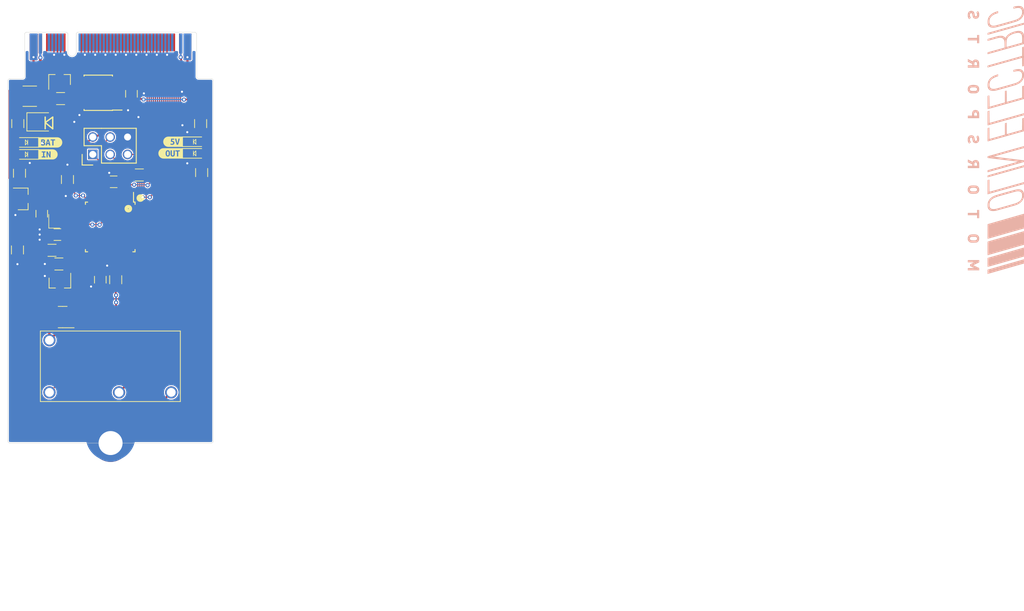
<source format=kicad_pcb>
(kicad_pcb (version 20211014) (generator pcbnew)
  (layers (0 "F.Cu" signal) (31 "B.Cu" signal) (34 "B.Paste" user) (35 "F.Paste" user) (36 "B.SilkS" user "B.Silkscreen") (37 "F.SilkS" user "F.Silkscreen") (38 "B.Mask" user) (39 "F.Mask" user) (44 "Edge.Cuts" user))
  (net 0 "")
  (net 1 "GND")
  (net 2 "Net-(D102-Pad2)")
  (net 3 "Net-(D103-Pad2)")
  (net 4 "+5V")
  (net 5 "+BATT")
  (net 6 "Net-(C3-Pad1)")
  (net 7 "Net-(C4-Pad1)")
  (net 8 "Net-(C5-Pad1)")
  (net 9 "/MISO")
  (net 10 "/SCK")
  (net 11 "/MOSI")
  (net 12 "/RESET")
  (net 13 "/CAN_+")
  (net 14 "/CAN_-")
  (net 15 "/CAN_TX")
  (net 16 "/CAN_RX")
  (net 18 "Net-(D1-Pad2)")
  (net 21 "/PB0")
  (net 22 "/PB1")
  (net 23 "/PB2")
  (net 24 "/PB3")
  (net 25 "/PB4")
  (net 26 "/PB5")
  (net 28 "/PB6")
  (net 29 "/PB7")
  (net 30 "/PC0")
  (net 31 "/PC4")
  (net 32 "/PC5")
  (net 33 "/PC6")
  (net 34 "/PC7")
  (net 35 "/PD0")
  (net 71 "/SHDN_IN")
  (net 72 "/SHDN_OUT")
  (net 73 "/SHDN_SENSE")
  (net 74 "/CAN_TERM_EN")
  (net 75 "Net-(Q2-Pad3)")
  (net 76 "/PD7")
  (net 77 "Net-(D2-Pad1)")
  (net 78 "/BAT_FUSED")
  (net 79 "Net-(D3-Pad2)")
  (net 80 "/PD1")
  (net 81 "/PC1")
  (footprint "kibuzzard-63488FFA" (layer "F.Cu") (at 106.9 135.4)
    (fp_text reference "kibuzzard-63488FFA" hide)
    (fp_text value "G***" hide)
  )
  (footprint "footprints:R_0805_OEM" (layer "F.Cu") (at 111.1 139.9 90)
    (fp_text reference "R11" hide)
    (fp_text value "R_1K" hide)
  )
  (footprint "footprints:LED_0805_OEM" (layer "F.Cu") (at 85.5 137.25 180)
    (fp_text reference "D1" hide)
    (fp_text value "LED_0805" hide)
  )
  (footprint "footprints:Automotive_M.2_Edge_Connector" (layer "F.Cu") (at 97.8 119.4)
    (fp_text reference "J2" hide)
    (fp_text value "M.2_BoardEdge" hide)
    (fp_line (start -12.55 0.2) (end -12.35 0) (layer "Edge.Cuts") (width 0.05))
    (fp_line (start -6.225 0.2) (end -6.425 0) (layer "Edge.Cuts") (width 0.05))
    (fp_line (start -12.35 0) (end -6.425 0) (layer "Edge.Cuts") (width 0.05))
    (fp_line (start -4.825 0) (end 12.35 0) (layer "Edge.Cuts") (width 0.05))
    (fp_line (start -5.025 2.9) (end -5.025 0.2) (layer "Edge.Cuts") (width 0.05))
    (fp_line (start 12.55 0.2) (end 12.55 6.5) (layer "Edge.Cuts") (width 0.05))
    (fp_line (start -12.55 0.2) (end -12.55 6.5) (layer "Edge.Cuts") (width 0.05))
    (fp_line (start -6.225 2.9) (end -6.225 0.2) (layer "Edge.Cuts") (width 0.05))
    (fp_line (start -5.025 0.2) (end -4.825 0) (layer "Edge.Cuts") (width 0.05))
    (fp_line (start 12.55 0.2) (end 12.35 0) (layer "Edge.Cuts") (width 0.05))
    (fp_arc (start -5.025 2.9) (mid -5.625 3.5) (end -6.225 2.9) (layer "Edge.Cuts") (width 0.05))
  )
  (footprint "footprints:R_0805_OEM" (layer "F.Cu") (at 84.25 132.75 -90)
    (fp_text reference "R101" hide)
    (fp_text value "R_1K" hide)
  )
  (footprint "footprints:SOIC-8_3.9x4.9mm_Pitch1.27mm_OEM" (layer "F.Cu") (at 96 128.25 180)
    (fp_text reference "U1" hide)
    (fp_text value "MCP2561-E_SN" hide)
  )
  (footprint "footprints:SOT-23F" (layer "F.Cu") (at 90.4 156 -90)
    (fp_text reference "Q3" hide)
    (fp_text value "SSM3K333R" hide)
  )
  (footprint "footprints:Relay_SPST_OMRON-G5Q-1A4_OEM" (layer "F.Cu") (at 88.875 172)
    (fp_text reference "K1" hide)
    (fp_text value "G5Q-1A4-DC12" hide)
  )
  (footprint "footprints:LED_0805_OEM" (layer "F.Cu") (at 110.1 137.1)
    (fp_text reference "D3" hide)
    (fp_text value "LED_0805" hide)
  )
  (footprint "OEM:M.2_Mount" (layer "F.Cu") (at 97.8 179.416 180)
    (fp_text reference "H1" hide)
    (fp_text value "MountingHole_Pad" hide)
  )
  (footprint "footprints:R_0805_OEM" (layer "F.Cu") (at 90.5 129.1 180)
    (fp_text reference "R2" hide)
    (fp_text value "R_120_DNP" hide)
  )
  (footprint "footprints:R_0805_OEM" (layer "F.Cu") (at 90.25 153.25 180)
    (fp_text reference "R10" hide)
    (fp_text value "R_604K" hide)
  )
  (footprint "footprints:C_0805_OEM" (layer "F.Cu") (at 90.0376 148.954993 180)
    (fp_text reference "C4" hide)
    (fp_text value "C_30pF" hide)
  )
  (footprint "kibuzzard-63488F75" (layer "F.Cu") (at 88.7 137.25)
    (fp_text reference "kibuzzard-63488F75" hide)
    (fp_text value "G***" hide)
  )
  (footprint "footprints:Fuse_1210" (layer "F.Cu") (at 86 128.75 180)
    (fp_text reference "F101" hide)
    (fp_text value "F_500mA_16V" hide)
  )
  (footprint "Package_TO_SOT_SMD:SOT-23" (layer "F.Cu") (at 90.8 161 180)
    (fp_text reference "D2" hide)
    (fp_text value "BAS40-00")
  )
  (footprint "footprints:C_0805_OEM" (layer "F.Cu") (at 98.25 141.25 180)
    (fp_text reference "C2" hide)
    (fp_text value "C_0.1uF" hide)
  )
  (footprint "footprints:C_0805_OEM" (layer "F.Cu") (at 100.85 128.4 -90)
    (fp_text reference "C1" hide)
    (fp_text value "C_0.1uF" hide)
  )
  (footprint "footprints:Crystal_SMD_FA238" (layer "F.Cu") (at 90.3764 146.012593 90)
    (fp_text reference "Y1" hide)
    (fp_text value "Crystal_SMD" hide)
  )
  (footprint "footprints:R_0805_OEM" (layer "F.Cu") (at 91.5 140.917193 90)
    (fp_text reference "R7" hide)
    (fp_text value "R_10K" hide)
  )
  (footprint "footprints:C_0805_OEM" (layer "F.Cu") (at 96.3 155.542193 -90)
    (fp_text reference "C3" hide)
    (fp_text value "C_100pF" hide)
  )
  (footprint "footprints:LED_0805_OEM" (layer "F.Cu") (at 110.1 135.4)
    (fp_text reference "D103" hide)
    (fp_text value "LED_0805" hide)
  )
  (footprint "footprints:SOT-23F" (layer "F.Cu") (at 85 143.75)
    (fp_text reference "Q1" hide)
    (fp_text value "SSM3K333R" hide)
  )
  (footprint "footprints:R_0805_OEM" (layer "F.Cu") (at 84.2 151.2 -90)
    (fp_text reference "R5" hide)
    (fp_text value "R_100K" hide)
  )
  (footprint "footprints:R_0805_OEM" (layer "F.Cu") (at 102 140.25)
    (fp_text reference "R3" hide)
    (fp_text value "R_10K" hide)
  )
  (footprint "footprints:R_0805_OEM" (layer "F.Cu") (at 89.25 151.25)
    (fp_text reference "R6" hide)
    (fp_text value "R_10K" hide)
  )
  (footprint "footprints:SOT-23F" (layer "F.Cu") (at 90.35 126.35 90)
    (fp_text reference "Q2" hide)
    (fp_text value "SSM3K333R" hide)
  )
  (footprint "footprints:TQFP-32_7x7mm_Pitch0.8mm" (layer "F.Cu") (at 97.75 147.842193 -90)
    (fp_text reference "U2" hide)
    (fp_text value "ATMEGA16M1" hide)
  )
  (footprint "kibuzzard-6348F6FA" (layer "F.Cu") (at 106.55 137.1)
    (fp_text reference "kibuzzard-6348F6FA" hide)
    (fp_text value "G***" hide)
  )
  (footprint "kibuzzard-634A2231" (layer "F.Cu") (at 89 135.5)
    (fp_text reference "kibuzzard-634A2231" hide)
    (fp_text value "G***" hide)
  )
  (footprint "footprints:C_0805_OEM" (layer "F.Cu") (at 87.7516 145.906993 -90)
    (fp_text reference "C5" hide)
    (fp_text value "C_30pF" hide)
  )
  (footprint "footprints:Pin_Header_Straight_2x03" (layer "F.Cu") (at 95.2 137.25 90)
    (fp_text reference "J1" hide)
    (fp_text value "CONN_02X03" hide)
  )
  (footprint "footprints:R_0805_OEM" (layer "F.Cu") (at 110.95 132.75 -90)
    (fp_text reference "R105" hide)
    (fp_text value "R_200" hide)
  )
  (footprint "footprints:LED_0805_OEM" (layer "F.Cu") (at 85.5 135.5 180)
    (fp_text reference "D102" hide)
    (fp_text value "LED_0805" hide)
  )
  (footprint "footprints:DO-214AA" (layer "F.Cu") (at 88.75 132.5)
    (fp_text reference "D101" hide)
    (fp_text value "D_Zener_18V" hide)
  )
  (footprint "footprints:R_0805_OEM" (layer "F.Cu") (at 98.55 155.55 90)
    (fp_text reference "R1" hide)
    (fp_text value "R_100" hide)
  )
  (footprint "footprints:R_0805_OEM" (layer "F.Cu") (at 84.5 140 90)
    (fp_text reference "R4" hide)
    (fp_text value "R_1K" hide)
  )
  (footprint "footprints:Logo_Large" (layer "B.Cu") (at 227.076 135.1534 90)
    (fp_text reference "G***" hide)
    (fp_text value "LOGO" hide)
  )
  (gr_arc (start 83.1 179.4) (mid 82.887868 179.312132) (end 82.8 179.1) (layer "Edge.Cuts") (width 0.05))
  (gr_line (start 82.8 126.5) (end 82.8 179.1) (layer "Edge.Cuts") (width 0.05))
  (gr_arc (start 112.5 126.2) (mid 112.712132 126.287868) (end 112.8 126.5) (layer "Edge.Cuts") (width 0.05))
  (gr_arc (start 82.8 126.5) (mid 82.887868 126.287868) (end 83.1 126.2) (layer "Edge.Cuts") (width 0.05))
  (gr_line (start 112.8 126.5) (end 112.8 179.1) (layer "Edge.Cuts") (width 0.05))
  (gr_line (start 110.65 126.2) (end 112.5 126.2) (layer "Edge.Cuts") (width 0.05))
  (gr_arc (start 85.25 125.9) (mid 85.162132 126.112132) (end 84.95 126.2) (layer "Edge.Cuts") (width 0.05))
  (gr_line (start 83.1 179.4) (end 112.5 179.4) (layer "Edge.Cuts") (width 0.05))
  (gr_line (start 84.95 126.2) (end 83.1 126.2) (layer "Edge.Cuts") (width 0.05))
  (gr_arc (start 110.65 126.2) (mid 110.437868 126.112132) (end 110.35 125.9) (layer "Edge.Cuts") (width 0.05))
  (gr_arc (start 112.8 179.1) (mid 112.712132 179.312132) (end 112.5 179.4) (layer "Edge.Cuts") (width 0.05))
  (segment (start 97.0338 120.911259) (end 97.0338 122.689659) (width 0.1524) (layer "F.Cu") (net 1))
  (segment (start 97.25 140.292193) (end 97.6 139.942193) (width 0.1524) (layer "F.Cu") (net 1))
  (segment (start 103.142458 130.527542) (end 103.142458 128.819572) (width 0.1524) (layer "F.Cu") (net 1))
  (segment (start 98.5338 122.689659) (end 98.55 122.705859) (width 0.1524) (layer "F.Cu") (net 1))
  (segment (start 103.0338 120.911259) (end 103.0338 122.689659) (width 0.1524) (layer "F.Cu") (net 1))
  (segment (start 88.2 155) (end 88.25 154.95) (width 0.1524) (layer "F.Cu") (net 1))
  (segment (start 98.5338 120.911259) (end 98.5338 122.689659) (width 0.1524) (layer "F.Cu") (net 1))
  (segment (start 89.5338 122.689659) (end 89.55 122.705859) (width 0.1524) (layer "F.Cu") (net 1))
  (segment (start 83.95 146.05) (end 83.9 146.1) (width 0.1524) (layer "F.Cu") (net 1))
  (segment (start 87.8 135.6) (end 87.7 135.5) (width 0.1524) (layer "F.Cu") (net 1))
  (segment (start 96.3 156.542193) (end 94.95 156.542193) (width 0.1524) (layer "F.Cu") (net 1))
  (segment (start 106.0338 120.911259) (end 106.0338 122.689659) (width 0.1524) (layer "F.Cu") (net 1))
  (segment (start 108.29 132.99) (end 107.982684 132.682684) (width 0.1524) (layer "F.Cu") (net 1))
  (segment (start 101.87 131.8) (end 103.142458 130.527542) (width 0.1524) (layer "F.Cu") (net 1))
  (segment (start 100.85 130.302756) (end 100.351378 130.801378) (width 0.1524) (layer "F.Cu") (net 1))
  (segment (start 90.782 132.5) (end 92.5 132.5) (width 0.1524) (layer "F.Cu") (net 1))
  (segment (start 97.25 141.25) (end 97.25 140.292193) (width 0.1524) (layer "F.Cu") (net 1))
  (segment (start 100.335 128.885) (end 98.7 128.885) (width 0.1524) (layer "F.Cu") (net 1))
  (segment (start 107.982684 132.682684) (end 107.982684 128.342316) (width 0.1524) (layer "F.Cu") (net 1))
  (segment (start 103.142458 128.819572) (end 102.661442 128.338556) (width 0.1524) (layer "F.Cu") (net 1))
  (segment (start 84.2 152.325) (end 84.2 153.275) (width 0.1524) (layer "F.Cu") (net 1))
  (segment (start 97.0338 122.689659) (end 97.05 122.705859) (width 0.1524) (layer "F.Cu") (net 1))
  (segment (start 89.5338 120.911259) (end 89.5338 122.689659) (width 0.1524) (layer "F.Cu") (net 1))
  (segment (start 95.5338 120.911259) (end 95.5338 122.689659) (width 0.1524) (layer "F.Cu") (net 1))
  (segment (start 109 134) (end 109 135.35) (width 0.1524) (layer "F.Cu") (net 1))
  (segment (start 94.0338 122.689659) (end 94.05 122.705859) (width 0.1524) (layer "F.Cu") (net 1))
  (segment (start 93.3 130.155) (end 93.3 131.45) (width 0.1524) (layer "F.Cu") (net 1))
  (segment (start 86 137.85) (end 86.6 137.25) (width 0.1524) (layer "F.Cu") (net 1))
  (segment (start 104.5338 122.689659) (end 104.55 122.705859) (width 0.1524) (layer "F.Cu") (net 1))
  (segment (start 86 138.5) (end 86 137.85) (width 0.1524) (layer "F.Cu") (net 1))
  (segment (start 101.5338 122.689659) (end 101.55 122.705859) (width 0.1524) (layer "F.Cu") (net 1))
  (segment (start 103.0338 122.689659) (end 103.05 122.705859) (width 0.1524) (layer "F.Cu") (net 1))
  (segment (start 91.1764 143.403333) (end 91.25712 143.322613) (width 0.1524) (layer "F.Cu") (net 1))
  (segment (start 101.5338 120.911259) (end 101.5338 122.689659) (width 0.1524) (layer "F.Cu") (net 1))
  (segment (start 91.0338 122.689659) (end 91.05 122.705859) (width 0.1524) (layer "F.Cu") (net 1))
  (segment (start 100.85 129.4) (end 100.85 130.302756) (width 0.1524) (layer "F.Cu") (net 1))
  (segment (start 91.0338 120.911259) (end 91.0338 122.689659) (width 0.1524) (layer "F.Cu") (net 1))
  (segment (start 100.0338 120.911259) (end 100.0338 122.689659) (width 0.1524) (layer "F.Cu") (net 1))
  (segment (start 93.3 131.45) (end 93.25 131.5) (width 0.1524) (layer "F.Cu") (net 1))
  (segment (start 100.0338 122.689659) (end 100.05 122.705859) (width 0.1524) (layer "F.Cu") (net 1))
  (segment (start 83.95 144.7) (end 83.95 146.05) (width 0.1524) (layer "F.Cu") (net 1))
  (segment (start 97.35 153.442193) (end 97.3 153.492193) (width 0.1524) (layer "F.Cu") (net 1))
  (segment (start 88.25 154.95) (end 89.45 154.95) (width 0.1524) (layer "F.Cu") (net 1))
  (segment (start 91.1764 144.912593) (end 91.1764 143.403333) (width 0.1524) (layer "F.Cu") (net 1))
  (segment (start 87.7 135.5) (end 86.6 135.5) (width 0.1524) (layer "F.Cu") (net 1))
  (segment (start 94.0338 120.911259) (end 94.0338 122.689659) (width 0.1524) (layer "F.Cu") (net 1))
  (segment (start 88.2 153.25) (end 89.3 153.25) (width 0.1524) (layer "F.Cu") (net 1))
  (segment (start 109 137.1) (end 109 138.55) (width 0.1524) (layer "F.Cu") (net 1))
  (segment (start 97.55 141.55) (end 97.55 143.392193) (width 0.1524) (layer "F.Cu") (net 1))
  (segment (start 91.5 138.75) (end 91.5 139.967193) (width 0.1524) (layer "F.Cu") (net 1))
  (segment (start 97.35 152.092193) (end 97.35 153.442193) (width 0.1524) (layer "F.Cu") (net 1))
  (segment (start 95.5338 122.689659) (end 95.55 122.705859) (width 0.1524) (layer "F.Cu") (net 1))
  (segment (start 104.5338 120.911259) (end 104.5338 122.689659) (width 0.1524) (layer "F.Cu") (net 1))
  (segment (start 100.85 129.4) (end 100.335 128.885) (width 0.1524) (layer "F.Cu") (net 1))
  (segment (start 107.982684 128.342316) (end 108.225 128.1) (width 0.1524) (layer "F.Cu") (net 1))
  (segment (start 97.25 141.25) (end 97.55 141.55) (width 0.1524) (layer "F.Cu") (net 1))
  (segment (start 109 135.35) (end 109.05 135.4) (width 0.1524) (layer "F.Cu") (net 1))
  (segment (start 106.0338 122.689659) (end 106.05 122.705859) (width 0.1524) (layer "F.Cu") (net 1))
  (via (at 108.225 128.1) (size 0.6096) (drill 0.3048) (layers "F.Cu" "B.Cu") (net 1))
  (via (at 83.9 146.1) (size 0.6096) (drill 0.3048) (layers "F.Cu" "B.Cu") (net 1))
  (via (at 104.55 122.705859) (size 0.6096) (drill 0.3048) (layers "F.Cu" "B.Cu") (net 1))
  (via (at 84.2 153.275) (size 0.6096) (drill 0.3048) (layers "F.Cu" "B.Cu") (net 1))
  (via (at 100.351378 130.801378) (size 0.6096) (drill 0.3048) (layers "F.Cu" "B.Cu") (net 1))
  (via (at 109 138.55) (size 0.6096) (drill 0.3048) (layers "F.Cu" "B.Cu") (net 1))
  (via (at 87.443161 148.207793) (size 0.6096) (drill 0.3048) (layers "F.Cu" "B.Cu") (net 1))
  (via (at 94.95 156.542193) (size 0.6096) (drill 0.3048) (layers "F.Cu" "B.Cu") (net 1))
  (via (at 97.05 122.705859) (size 0.6096) (drill 0.3048) (layers "F.Cu" "B.Cu") (net 1))
  (via (at 98.55 122.705859) (size 0.6096) (drill 0.3048) (layers "F.Cu" "B.Cu") (net 1))
  (via (at 103.05 122.705859) (size 0.6096) (drill 0.3048) (layers "F.Cu" "B.Cu") (net 1))
  (via (at 97.6 139.942193) (size 0.6096) (drill 0.3048) (layers "F.Cu" "B.Cu") (net 1))
  (via (at 101.87 131.8) (size 0.6096) (drill 0.3048) (layers "F.Cu" "B.Cu") (net 1))
  (via (at 88.2 155) (size 0.6096) (drill 0.3048) (layers "F.Cu" "B.Cu") (net 1))
  (via (at 91.05 122.705859) (size 0.6096) (drill 0.3048) (layers "F.Cu" "B.Cu") (net 1))
  (via (at 87.443161 149.707793) (size 0.6096) (drill 0.3048) (layers "F.Cu" "B.Cu") (net 1))
  (via (at 92.5 132.5) (size 0.6096) (drill 0.3048) (layers "F.Cu" "B.Cu") (net 1))
  (via (at 89.55 122.705859) (size 0.6096) (drill 0.3048) (layers "F.Cu" "B.Cu") (net 1))
  (via (at 94.05 122.705859) (size 0.6096) (drill 0.3048) (layers "F.Cu" "B.Cu") (net 1))
  (via (at 106.05 122.705859) (size 0.6096) (drill 0.3048) (layers "F.Cu" "B.Cu") (net 1))
  (via (at 109 134) (size 0.6096) (drill 0.3048) (layers "F.Cu" "B.Cu") (net 1))
  (via (at 91.25712 143.322613) (size 0.6096) (drill 0.3048) (layers "F.Cu" "B.Cu") (net 1))
  (via (at 102.661442 128.338556) (size 0.6096) (drill 0.3048) (layers "F.Cu" "B.Cu") (net 1))
  (via (at 93.25 131.5) (size 0.6096) (drill 0.3048) (layers "F.Cu" "B.Cu") (net 1))
  (via (at 91.5 138.75) (size 0.6096) (drill 0.3048) (layers "F.Cu" "B.Cu") (net 1))
  (via (at 108.29 132.99) (size 0.6096) (drill 0.3048) (layers "F.Cu" "B.Cu") (net 1))
  (via (at 88.2 153.25) (size 0.6096) (drill 0.3048) (layers "F.Cu" "B.Cu") (net 1))
  (via (at 86 138.5) (size 0.6096) (drill 0.3048) (layers "F.Cu" "B.Cu") (net 1))
  (via (at 87.8 135.6) (size 0.6096) (drill 0.3048) (layers "F.Cu" "B.Cu") (net 1))
  (via (at 97.3 153.492193) (size 0.6096) (drill 0.3048) (layers "F.Cu" "B.Cu") (net 1))
  (via (at 100.05 122.705859) (size 0.6096) (drill 0.3048) (layers "F.Cu" "B.Cu") (net 1))
  (via (at 95.55 122.705859) (size 0.6096) (drill 0.3048) (layers "F.Cu" "B.Cu") (net 1))
  (via (at 87.443161 148.957793) (size 0.6096) (drill 0.3048) (layers "F.Cu" "B.Cu") (net 1))
  (via (at 101.55 122.705859) (size 0.6096) (drill 0.3048) (layers "F.Cu" "B.Cu") (net 1))
  (segment (start 84.25 135.35) (end 84.4 135.5) (width 0.1524) (layer "F.Cu") (net 2))
  (segment (start 84.25 133.7) (end 84.25 135.35) (width 0.1524) (layer "F.Cu") (net 2))
  (segment (start 110.95 133.7) (end 110.95 135.35) (width 0.1524) (layer "F.Cu") (net 3))
  (segment (start 110.95 135.35) (end 111 135.4) (width 0.1524) (layer "F.Cu") (net 3))
  (segment (start 99.25 141.25) (end 100.05 141.25) (width 0.254) (layer "F.Cu") (net 4))
  (segment (start 102.536844 129.15) (end 101.875 129.15) (width 0.254) (layer "F.Cu") (net 4))
  (segment (start 101.875 128.425) (end 100.85 127.4) (width 0.254) (layer "F.Cu") (net 4))
  (segment (start 98.15 142.35) (end 99.25 141.25) (width 0.254) (layer "F.Cu") (net 4))
  (segment (start 87.429514 152.120486) (end 87.429514 155.070486) (width 0.254) (layer "F.Cu") (net 4))
  (segment (start 99.55 132.425) (end 98.01 132.425) (width 0.254) (layer "F.Cu") (net 4))
  (segment (start 109.877114 132.872886) (end 110.95 131.8) (width 0.254) (layer "F.Cu") (net 4))
  (segment (start 98.6 158.872807) (end 98.6 159.75) (width 0.254) (layer "F.Cu") (net 4))
  (segment (start 108.513298 129.25) (end 108.538298 129.225) (width 0.254) (layer "F.Cu") (net 4))
  (segment (start 108.0338 121.061259) (end 108.0338 123.005859) (width 0.254) (layer "F.Cu") (net 4))
  (segment (start 90.754228 156) (end 94.504228 159.75) (width 0.254) (layer "F.Cu") (net 4))
  (segment (start 87.429514 155.070486) (end 88.359028 156) (width 0.254) (layer "F.Cu") (net 4))
  (segment (start 95.725 134.71) (end 95.2 134.71) (width 0.254) (layer "F.Cu") (net 4))
  (segment (start 110.95 128.908097) (end 110.95 129.225) (width 0.254) (layer "F.Cu") (net 4))
  (segment (start 100.05 141.25) (end 101.05 140.25) (width 0.254) (layer "F.Cu") (net 4))
  (segment (start 102.611844 129.225) (end 102.536844 129.15) (width 0.254) (layer "F.Cu") (net 4))
  (segment (start 93.896686 138.793372) (end 94.463593 139.360279) (width 0.254) (layer "F.Cu") (net 4))
  (segment (start 94.463593 139.360279) (end 98.610279 139.360279) (width 0.254) (layer "F.Cu") (net 4))
  (segment (start 88.3 151.25) (end 87.429514 152.120486) (width 0.254) (layer "F.Cu") (net 4))
  (segment (start 101.875 129.15) (end 101.875 128.425) (width 0.254) (layer "F.Cu") (net 4))
  (segment (start 108.0338 123.055859) (end 108.1 123.122059) (width 0.254) (layer "F.Cu") (net 4))
  (segment (start 100.635 127.615) (end 100.85 127.4) (width 0.254) (layer "F.Cu") (net 4))
  (segment (start 101.875 130.1) (end 99.55 132.425) (width 0.254) (layer "F.Cu") (net 4))
  (segment (start 99.25 140) (end 99.25 141.25) (width 0.254) (layer "F.Cu") (net 4))
  (segment (start 98.01 132.425) (end 95.725 134.71) (width 0.254) (layer "F.Cu") (net 4))
  (segment (start 88.359028 156) (end 90.754228 156) (width 0.254) (layer "F.Cu") (net 4))
  (segment (start 98.610279 139.360279) (end 99.25 140) (width 0.254) (layer "F.Cu") (net 4))
  (segment (start 108.46 159.75) (end 109.74 158.47) (width 0.254) (layer "F.Cu") (net 4))
  (segment (start 109.74 158.47) (end 109.74 139.82) (width 0.254) (layer "F.Cu") (net 4))
  (segment (start 95.2 134.71) (end 93.896686 136.013314) (width 0.254) (layer "F.Cu") (net 4))
  (segment (start 94.504228 159.75) (end 98.6 159.75) (width 0.254) (layer "F.Cu") (net 4))
  (segment (start 109.877114 139.682886) (end 109.877114 132.872886) (width 0.254) (layer "F.Cu") (net 4))
  (segment (start 98.55 157.761579) (end 98.6 157.811579) (width 0.254) (layer "F.Cu") (net 4))
  (segment (start 108.1 126.058097) (end 110.95 128.908097) (width 0.254) (layer "F.Cu") (net 4))
  (segment (start 108.1 123.122059) (end 108.1 126.058097) (width 0.254) (layer "F.Cu") (net 4))
  (segment (start 93.896686 136.013314) (end 93.896686 138.793372) (width 0.254) (layer "F.Cu") (net 4))
  (segment (start 108.538298 129.225) (end 110.95 129.225) (width 0.254) (layer "F.Cu") (net 4))
  (segment (start 98.55 156.5) (end 98.55 157.761579) (width 0.254) (layer "F.Cu") (net 4))
  (segment (start 110.95 129.225) (end 110.95 131.8) (width 0.254) (layer "F.Cu") (net 4))
  (segment (start 98.7 127.615) (end 100.635 127.615) (width 0.254) (layer "F.Cu") (net 4))
  (segment (start 109.74 139.82) (end 109.877114 139.682886) (width 0.254) (layer "F.Cu") (net 4))
  (segment (start 98.6 159.75) (end 108.46 159.75) (width 0.254) (layer "F.Cu") (net 4))
  (segment (start 98.15 143.592193) (end 98.15 142.35) (width 0.254) (layer "F.Cu") (net 4))
  (segment (start 101.875 129.15) (end 101.875 130.1) (width 0.254) (layer "F.Cu") (net 4))
  (via (at 108.513298 129.25) (size 0.6096) (drill 0.3048) (layers "F.Cu" "B.Cu") (net 4))
  (via (at 98.6 158.872807) (size 0.6096) (drill 0.3048) (layers "F.Cu" "B.Cu") (net 4))
  (via (at 102.611844 129.225) (size 0.6096) (drill 0.3048) (layers "F.Cu" "B.Cu") (net 4))
  (via (at 108.0338 123.055859) (size 0.6096) (drill 0.3048) (layers "F.Cu" "B.Cu") (net 4))
  (via (at 98.6 157.811579) (size 0.6096) (drill 0.3048) (layers "F.Cu" "B.Cu") (net 4))
  (segment (start 98.6 157.811579) (end 98.6 158.872807) (width 0.254) (layer "B.Cu") (net 4))
  (segment (start 108.037132 123.055859) (end 108.037132 121.061259) (width 0.254) (layer "B.Cu") (net 4))
  (segment (start 108.488298 129.225) (end 108.513298 129.25) (width 0.254) (layer "B.Cu") (net 4))
  (segment (start 102.611844 129.225) (end 108.488298 129.225) (width 0.254) (layer "B.Cu") (net 4))
  (segment (start 87.55 125.75) (end 84.55 128.75) (width 0.381) (layer "F.Cu") (net 5))
  (segment (start 87.55 123.122059) (end 87.55 125.75) (width 0.381) (layer "F.Cu") (net 5))
  (segment (start 87.55 121.05) (end 87.55 123.122059) (width 0.3048) (layer "F.Cu") (net 5))
  (via (at 87.55 123.122059) (size 0.6096) (drill 0.3048) (layers "F.Cu" "B.Cu") (net 5))
  (segment (start 87.55 123.122059) (end 87.55 121.05) (width 0.3048) (layer "B.Cu") (net 5))
  (segment (start 96.3 154.542193) (end 98.492193 154.542193) (width 0.1524) (layer "F.Cu") (net 6))
  (segment (start 96.3 154.542193) (end 96.3 152.342193) (width 0.1524) (layer "F.Cu") (net 6))
  (segment (start 96.3 152.342193) (end 96.55 152.092193) (width 0.1524) (layer "F.Cu") (net 6))
  (segment (start 98.492193 154.542193) (end 98.55 154.6) (width 0.1524) (layer "F.Cu") (net 6))
  (segment (start 91.0376 148.954993) (end 91.0376 147.251393) (width 0.1524) (layer "F.Cu") (net 7))
  (segment (start 93.3764 146.462593) (end 91.8264 146.462593) (width 0.1524) (layer "F.Cu") (net 7))
  (segment (start 91.8264 146.462593) (end 91.1764 147.112593) (width 0.1524) (layer "F.Cu") (net 7))
  (segment (start 89.5764 144.912593) (end 89.5764 145.012593) (width 0.1524) (layer "F.Cu") (net 8))
  (segment (start 89.5764 145.012593) (end 90.402714 145.838907) (width 0.1524) (layer "F.Cu") (net 8))
  (segment (start 90.402714 145.838907) (end 93.200086 145.838907) (width 0.1524) (layer "F.Cu") (net 8))
  (segment (start 87.7572 144.912593) (end 87.7516 144.906993) (width 0.1524) (layer "F.Cu") (net 8))
  (segment (start 89.5764 144.912593) (end 87.7572 144.912593) (width 0.1524) (layer "F.Cu") (net 8))
  (segment (start 100.55 143.592193) (end 100.657807 143.592193) (width 0.1524) (layer "F.Cu") (net 9))
  (segment (start 100.657807 143.592193) (end 102.071172 142.178828) (width 0.1524) (layer "F.Cu") (net 9))
  (segment (start 102.071172 139.248992) (end 101.374694 138.552514) (width 0.1524) (layer "F.Cu") (net 9))
  (segment (start 101.374694 138.552514) (end 96.502514 138.552514) (width 0.1524) (layer "F.Cu") (net 9))
  (segment (start 96.502514 138.552514) (end 95.2 137.25) (width 0.1524) (layer "F.Cu") (net 9))
  (segment (start 102.071172 142.178828) (end 102.071172 139.248992) (width 0.1524) (layer "F.Cu") (net 9))
  (segment (start 100.551314 145) (end 101.5 144.051314) (width 0.1524) (layer "F.Cu") (net 10))
  (segment (start 101.5 138.25) (end 98.74 138.25) (width 0.1524) (layer "F.Cu") (net 10))
  (segment (start 101.5 143.5) (end 102.373686 142.626314) (width 0.1524) (layer "F.Cu") (net 10))
  (segment (start 102.373686 139.123686) (end 101.5 138.25) (width 0.1524) (layer "F.Cu") (net 10))
  (segment (start 93.5 147.442193) (end 95.077233 147.442193) (width 0.1524) (layer "F.Cu") (net 10))
  (segment (start 95.077233 147.442193) (end 95.137627 147.502587) (width 0.1524) (layer "F.Cu") (net 10))
  (segment (start 98.714683 145) (end 100.551314 145) (width 0.1524) (layer "F.Cu") (net 10))
  (segment (start 101.5 144.051314) (end 101.5 143.5) (width 0.1524) (layer "F.Cu") (net 10))
  (segment (start 98.74 138.25) (end 97.74 137.25) (width 0.1524) (layer "F.Cu") (net 10))
  (segment (start 96.198855 147.515828) (end 98.714683 145) (width 0.1524) (layer "F.Cu") (net 10))
  (segment (start 102.373686 142.626314) (end 102.373686 139.123686) (width 0.1524) (layer "F.Cu") (net 10))
  (via (at 96.198855 147.515828) (size 0.6096) (drill 0.3048) (layers "F.Cu" "B.Cu") (net 10))
  (via (at 95.137627 147.502587) (size 0.6096) (drill 0.3048) (layers "F.Cu" "B.Cu") (net 10))
  (segment (start 96.185614 147.502587) (end 96.198855 147.515828) (width 0.1524) (layer "B.Cu") (net 10))
  (segment (start 95.137627 147.502587) (end 96.185614 147.502587) (width 0.1524) (layer "B.Cu") (net 10))
  (segment (start 94.961058 135.636314) (end 96.813686 135.636314) (width 0.1524) (layer "F.Cu") (net 11))
  (segment (start 101.32218 142.5) (end 101.768658 142.053522) (width 0.1524) (layer "F.Cu") (net 11))
  (segment (start 101.249388 138.855028) (end 94.855028 138.855028) (width 0.1524) (layer "F.Cu") (net 11))
  (segment (start 94.855028 138.855028) (end 94.25 138.25) (width 0.1524) (layer "F.Cu") (net 11))
  (segment (start 96.813686 135.636314) (end 97.74 134.71) (width 0.1524) (layer "F.Cu") (net 11))
  (segment (start 94.25 136.347372) (end 94.961058 135.636314) (width 0.1524) (layer "F.Cu") (net 11))
  (segment (start 99.75 143.592193) (end 99.75 142.639793) (width 0.1524) (layer "F.Cu") (net 11))
  (segment (start 99.889793 142.5) (end 101.32218 142.5) (width 0.1524) (layer "F.Cu") (net 11))
  (segment (start 94.25 138.25) (end 94.25 136.347372) (width 0.1524) (layer "F.Cu") (net 11))
  (segment (start 99.75 142.639793) (end 99.889793 142.5) (width 0.1524) (layer "F.Cu") (net 11))
  (segment (start 101.768658 142.053522) (end 101.768658 139.374298) (width 0.1524) (layer "F.Cu") (net 11))
  (segment (start 101.768658 139.374298) (end 101.249388 138.855028) (width 0.1524) (layer "F.Cu") (net 11))
  (segment (start 101.75 137.25) (end 102.95 138.45) (width 0.1524) (layer "F.Cu") (net 12))
  (segment (start 102.9524 145.842193) (end 103.026314 145.768279) (width 0.1524) (layer "F.Cu") (net 12))
  (segment (start 103 144.514565) (end 103 143.08891) (width 0.1524) (layer "F.Cu") (net 12))
  (segment (start 103 143.08891) (end 102.6762 142.76511) (width 0.1524) (layer "F.Cu") (net 12))
  (segment (start 103.026314 145.768279) (end 103.026314 144.540879) (width 0.1524) (layer "F.Cu") (net 12))
  (segment (start 103.026314 144.540879) (end 103 144.514565) (width 0.1524) (layer "F.Cu") (net 12))
  (segment (start 102.95 138.45) (end 102.95 140.25) (width 0.1524) (layer "F.Cu") (net 12))
  (segment (start 102 145.842193) (end 102.9524 145.842193) (width 0.1524) (layer "F.Cu") (net 12))
  (segment (start 100.28 137.25) (end 101.75 137.25) (width 0.1524) (layer "F.Cu") (net 12))
  (segment (start 102.6762 142.76511) (end 102.6762 140.25) (width 0.1524) (layer "F.Cu") (net 12))
  (segment (start 90.144972 123.890108) (end 90.144972 122.494972) (width 0.2) (layer "F.Cu") (net 13))
  (segment (start 93.3 128.885) (end 93.085 129.1) (width 0.2) (layer "F.Cu") (net 13))
  (segment (start 91.000114 124.74525) (end 90.144972 123.890108) (width 0.2) (layer "F.Cu") (net 13))
  (segment (start 90.649886 128.299886) (end 90.649886 126.350342) (width 0.2) (layer "F.Cu") (net 13))
  (segment (start 90.144972 122.494972) (end 90.05 122.4) (width 0.2) (layer "F.Cu") (net 13))
  (segment (start 90.05 122.4) (end 90.05 120.9) (width 0.2) (layer "F.Cu") (net 13))
  (segment (start 91.000114 126.000114) (end 91.000114 124.74525) (width 0.2) (layer "F.Cu") (net 13))
  (segment (start 91.45 129.1) (end 90.649886 128.299886) (width 0.2) (layer "F.Cu") (net 13))
  (segment (start 90.649886 126.350342) (end 91.000114 126.000114) (width 0.2) (layer "F.Cu") (net 13))
  (segment (start 93.085 129.1) (end 91.45 129.1) (width 0.2) (layer "F.Cu") (net 13))
  (segment (start 90.495086 123.745086) (end 91.4 124.65) (width 0.2) (layer "F.Cu") (net 14))
  (segment (start 91 126.6) (end 91 127.1) (width 0.2) (layer "F.Cu") (net 14))
  (segment (start 91.515 127.615) (end 91.3 127.4) (width 0.2) (layer "F.Cu") (net 14))
  (segment (start 91 127.1) (end 91.3 127.4) (width 0.2) (layer "F.Cu") (net 14))
  (segment (start 90.5338 120.911259) (end 90.495086 120.949973) (width 0.2) (layer "F.Cu") (net 14))
  (segment (start 91.4 124.65) (end 91.4 126.2) (width 0.2) (layer "F.Cu") (net 14))
  (segment (start 91.4 126.2) (end 91 126.6) (width 0.2) (layer "F.Cu") (net 14))
  (segment (start 90.495086 120.954914) (end 90.55 120.9) (width 0.2) (layer "F.Cu") (net 14))
  (segment (start 90.495086 123.745086) (end 90.495086 120.954914) (width 0.2) (layer "F.Cu") (net 14))
  (segment (start 93.3 127.615) (end 91.515 127.615) (width 0.2) (layer "F.Cu") (net 14))
  (segment (start 96.55 142.101314) (end 93.5 139.051314) (width 0.1524) (layer "F.Cu") (net 15))
  (segment (start 96.55 143.592193) (end 96.55 142.101314) (width 0.1524) (layer "F.Cu") (net 15))
  (segment (start 93.5 135.099994) (end 98.444994 130.155) (width 0.1524) (layer "F.Cu") (net 15))
  (segment (start 93.5 139.051314) (end 93.5 135.099994) (width 0.1524) (layer "F.Cu") (net 15))
  (segment (start 98.444994 130.155) (end 98.7 130.155) (width 0.1524) (layer "F.Cu") (net 15))
  (segment (start 97.698686 126.345) (end 98.7 126.345) (width 0.1524) (layer "F.Cu") (net 16))
  (segment (start 95.75 143.592193) (end 95.75 141.729134) (width 0.1524) (layer "F.Cu") (net 16))
  (segment (start 97.698686 130.473488) (end 97.698686 126.345) (width 0.1524) (layer "F.Cu") (net 16))
  (segment (start 93.105028 135.067146) (end 97.698686 130.473488) (width 0.1524) (layer "F.Cu") (net 16))
  (segment (start 93.105028 139.084162) (end 93.105028 135.067146) (width 0.1524) (layer "F.Cu") (net 16))
  (segment (start 95.75 141.729134) (end 93.105028 139.084162) (width 0.1524) (layer "F.Cu") (net 16))
  (segment (start 84.5 137.35) (end 84.4 137.25) (width 0.1524) (layer "F.Cu") (net 18))
  (segment (start 84.5 139.05) (end 84.5 137.35) (width 0.1524) (layer "F.Cu") (net 18))
  (segment (start 94.55 120.9) (end 94.55 122.3524) (width 0.1524) (layer "F.Cu") (net 21))
  (segment (start 93.333628 133.094192) (end 92.552514 133.875306) (width 0.1524) (layer "F.Cu") (net 21))
  (segment (start 92.552514 133.875306) (end 92.552514 139.124694) (width 0.1524) (layer "F.Cu") (net 21))
  (segment (start 94.6 123.77218) (end 95.202514 124.374695) (width 0.1524) (layer "F.Cu") (net 21))
  (segment (start 94.6 122.4024) (end 94.6 123.77218) (width 0.1524) (layer "F.Cu") (net 21))
  (segment (start 92.802514 141.444707) (end 94.95 143.592193) (width 0.1524) (layer "F.Cu") (net 21))
  (segment (start 92.802514 139.374694) (end 92.802514 141.444707) (width 0.1524) (layer "F.Cu") (net 21))
  (segment (start 95.202514 130.726415) (end 93.333628 132.595301) (width 0.1524) (layer "F.Cu") (net 21))
  (segment (start 94.55 122.3524) (end 94.6 122.4024) (width 0.1524) (layer "F.Cu") (net 21))
  (segment (start 95.202514 124.374695) (end 95.202514 130.726415) (width 0.1524) (layer "F.Cu") (net 21))
  (segment (start 92.552514 139.124694) (end 92.802514 139.374694) (width 0.1524) (layer "F.Cu") (net 21))
  (segment (start 93.333628 132.595301) (end 93.333628 133.094192) (width 0.1524) (layer "F.Cu") (net 21))
  (segment (start 93.518886 120.931114) (end 93.518886 123.118886) (width 0.1524) (layer "F.Cu") (net 22))
  (segment (start 92.25 133.75) (end 93.031114 132.968886) (width 0.1524) (layer "F.Cu") (net 22))
  (segment (start 94.9 124.5) (end 94.9 130.601109) (width 0.1524) (layer "F.Cu") (net 22))
  (segment (start 93.55 120.9) (end 93.518886 120.931114) (width 0.1524) (layer "F.Cu") (net 22))
  (segment (start 93.25 142.75) (end 92.5 142) (width 0.1524) (layer "F.Cu") (net 22))
  (segment (start 94.9 130.601109) (end 93.251109 132.25) (width 0.1524) (layer "F.Cu") (net 22))
  (segment (start 93.5 145.042193) (end 93.5 144) (width 0.1524) (layer "F.Cu") (net 22))
  (segment (start 93.031114 132.968886) (end 93.031114 132.468886) (width 0.1524) (layer "F.Cu") (net 22))
  (segment (start 93.251109 132.25) (end 93.25 132.25) (width 0.1524) (layer "F.Cu") (net 22))
  (segment (start 92.5 142) (end 92.5 139.5) (width 0.1524) (layer "F.Cu") (net 22))
  (segment (start 92.25 139.25) (end 92.25 133.75) (width 0.1524) (layer "F.Cu") (net 22))
  (segment (start 92.5 139.5) (end 92.25 139.25) (width 0.1524) (layer "F.Cu") (net 22))
  (segment (start 93.25 143.75) (end 93.25 142.75) (width 0.1524) (layer "F.Cu") (net 22))
  (segment (start 93.518886 123.118886) (end 94.9 124.5) (width 0.1524) (layer "F.Cu") (net 22))
  (segment (start 93.031114 132.468886) (end 93.5 132) (width 0.1524) (layer "F.Cu") (net 22))
  (segment (start 93.5 144) (end 93.25 143.75) (width 0.1524) (layer "F.Cu") (net 22))
  (segment (start 94.75 157.3) (end 93.5 156.05) (width 0.1524) (layer "F.Cu") (net 23))
  (segment (start 97.375 157.175) (end 97.25 157.3) (width 0.1524) (layer "F.Cu") (net 23))
  (segment (start 107.697486 145.874694) (end 107.377656 146.194524) (width 0.1524) (layer "F.Cu") (net 23))
  (segment (start 107.377656 126.671638) (end 107.377656 133.256584) (width 0.1524) (layer "F.Cu") (net 23))
  (segment (start 105.123914 124.417896) (end 107.377656 126.671638) (width 0.1524) (layer "F.Cu") (net 23))
  (segment (start 93.5 156.05) (end 93.5 150.642193) (width 0.1524) (layer "F.Cu") (net 23))
  (segment (start 107.377656 133.256584) (end 107.697486 133.576415) (width 0.1524) (layer "F.Cu") (net 23))
  (segment (start 105.05 122.3524) (end 105.123914 122.426314) (width 0.1524) (layer "F.Cu") (net 23))
  (segment (start 107.697486 133.576415) (end 107.697486 145.874694) (width 0.1524) (layer "F.Cu") (net 23))
  (segment (start 107.377656 146.194524) (end 107.377656 148.977984) (width 0.1524) (layer "F.Cu") (net 23))
  (segment (start 97.375 155.997372) (end 97.375 157.175) (width 0.1524) (layer "F.Cu") (net 23))
  (segment (start 105.05 120.9) (end 105.05 122.3524) (width 0.1524) (layer "F.Cu") (net 23))
  (segment (start 107.377656 148.977984) (end 100.482105 155.873535) (width 0.1524) (layer "F.Cu") (net 23))
  (segment (start 100.482105 155.873535) (end 97.498837 155.873535) (width 0.1524) (layer "F.Cu") (net 23))
  (segment (start 105.123914 122.426314) (end 105.123914 124.417896) (width 0.1524) (layer "F.Cu") (net 23))
  (segment (start 97.25 157.3) (end 94.75 157.3) (width 0.1524) (layer "F.Cu") (net 23))
  (segment (start 97.498837 155.873535) (end 97.375 155.997372) (width 0.1524) (layer "F.Cu") (net 23))
  (segment (start 106.48743 134.077635) (end 106.1676 133.757804) (width 0.1524) (layer "F.Cu") (net 24))
  (segment (start 106.1676 148.430041) (end 106.1676 145.6933) (width 0.1524) (layer "F.Cu") (net 24))
  (segment (start 99.75 153.044593) (end 99.8476 153.142193) (width 0.1524) (layer "F.Cu") (net 24))
  (segment (start 99.75 152.092193) (end 99.75 153.044593) (width 0.1524) (layer "F.Cu") (net 24))
  (segment (start 101.45 153.142193) (end 102.197486 152.394707) (width 0.1524) (layer "F.Cu") (net 24))
  (segment (start 102.123914 123.129174) (end 102.123914 120.973914) (width 0.1524) (layer "F.Cu") (net 24))
  (segment (start 106.1676 133.757804) (end 106.1676 127.17286) (width 0.1524) (layer "F.Cu") (net 24))
  (segment (start 102.197486 152.394707) (end 102.202934 152.394707) (width 0.1524) (layer "F.Cu") (net 24))
  (segment (start 106.48743 145.37347) (end 106.48743 134.077635) (width 0.1524) (layer "F.Cu") (net 24))
  (segment (start 106.1676 127.17286) (end 102.123914 123.129174) (width 0.1524) (layer "F.Cu") (net 24))
  (segment (start 102.202934 152.394707) (end 106.1676 148.430041) (width 0.1524) (layer "F.Cu") (net 24))
  (segment (start 99.8476 153.142193) (end 101.45 153.142193) (width 0.1524) (layer "F.Cu") (net 24))
  (segment (start 106.1676 145.6933) (end 106.48743 145.37347) (width 0.1524) (layer "F.Cu") (net 24))
  (segment (start 105.865086 148.304735) (end 105.865086 145.567994) (width 0.1524) (layer "F.Cu") (net 25))
  (segment (start 100.55 152.092193) (end 102.077628 152.092193) (width 0.1524) (layer "F.Cu") (net 25))
  (segment (start 105.865086 133.883109) (end 105.865086 127.298166) (width 0.1524) (layer "F.Cu") (net 25))
  (segment (start 102.077628 152.092193) (end 105.865086 148.304735) (width 0.1524) (layer "F.Cu") (net 25))
  (segment (start 105.865086 127.298166) (end 102.09044 123.52352) (width 0.1524) (layer "F.Cu") (net 25))
  (segment (start 105.865086 145.567994) (end 106.184916 145.248164) (width 0.1524) (layer "F.Cu") (net 25))
  (segment (start 101.018886 120.931114) (end 101.05 120.9) (width 0.1524) (layer "F.Cu") (net 25))
  (segment (start 106.184916 134.20294) (end 105.865086 133.883109) (width 0.1524) (layer "F.Cu") (net 25))
  (segment (start 101.07352 123.52352) (end 101.018886 123.468886) (width 0.1524) (layer "F.Cu") (net 25))
  (segment (start 101.018886 123.468886) (end 101.018886 120.931114) (width 0.1524) (layer "F.Cu") (net 25))
  (segment (start 106.184916 145.248164) (end 106.184916 134.20294) (width 0.1524) (layer "F.Cu") (net 25))
  (segment (start 102.09044 123.52352) (end 101.07352 123.52352) (width 0.1524) (layer "F.Cu") (net 25))
  (segment (start 99.383628 122.958628) (end 100.553548 124.128548) (width 0.1524) (layer "F.Cu") (net 26))
  (segment (start 105.579888 144.992292) (end 105.260058 145.312122) (width 0.1524) (layer "F.Cu") (net 26))
  (segment (start 99.55 122.5) (end 99.383628 122.666372) (width 0.1524) (layer "F.Cu") (net 26))
  (segment (start 101.839828 124.128548) (end 105.260058 127.548778) (width 0.1524) (layer "F.Cu") (net 26))
  (segment (start 105.260058 127.548778) (end 105.260058 134.133719) (width 0.1524) (layer "F.Cu") (net 26))
  (segment (start 99.383628 122.666372) (end 99.383628 122.958628) (width 0.1524) (layer "F.Cu") (net 26))
  (segment (start 105.579888 134.45355) (end 105.579888 144.992292) (width 0.1524) (layer "F.Cu") (net 26))
  (segment (start 105.260058 145.312122) (end 105.260058 147.739942) (width 0.1524) (layer "F.Cu") (net 26))
  (segment (start 100.553548 124.128548) (end 101.839828 124.128548) (width 0.1524) (layer "F.Cu") (net 26))
  (segment (start 105.260058 147.739942) (end 103.157807 149.842193) (width 0.1524) (layer "F.Cu") (net 26))
  (segment (start 105.260058 134.133719) (end 105.579888 134.45355) (width 0.1524) (layer "F.Cu") (net 26))
  (segment (start 103.157807 149.842193) (end 102 149.842193) (width 0.1524) (layer "F.Cu") (net 26))
  (segment (start 99.55 120.9) (end 99.55 122.5) (width 0.1524) (layer "F.Cu") (net 26))
  (segment (start 104.957544 145.186816) (end 104.957544 147.292456) (width 0.1524) (layer "F.Cu") (net 28))
  (segment (start 100.428242 124.431062) (end 101.714522 124.431062) (width 0.1524) (layer "F.Cu") (net 28))
  (segment (start 99.081114 123.083934) (end 100.428242 124.431062) (width 0.1524) (layer "F.Cu") (net 28))
  (segment (start 103.207807 149.042193) (end 102 149.042193) (width 0.1524) (layer "F.Cu") (net 28))
  (segment (start 104.957544 127.674084) (end 104.957544 134.259024) (width 0.1524) (layer "F.Cu") (net 28))
  (segment (start 101.714522 124.431062) (end 104.957544 127.674084) (width 0.1524) (layer "F.Cu") (net 28))
  (segment (start 104.957544 134.259024) (end 105.277374 134.578855) (width 0.1524) (layer "F.Cu") (net 28))
  (segment (start 105.277374 134.578855) (end 105.277374 144.866986) (width 0.1524) (layer "F.Cu") (net 28))
  (segment (start 99.081114 120.931114) (end 99.081114 123.083934) (width 0.1524) (layer "F.Cu") (net 28))
  (segment (start 105.277374 144.866986) (end 104.957544 145.186816) (width 0.1524) (layer "F.Cu") (net 28))
  (segment (start 104.957544 147.292456) (end 103.207807 149.042193) (width 0.1524) (layer "F.Cu") (net 28))
  (segment (start 104.97486 134.70416) (end 104.97486 144.74168) (width 0.1524) (layer "F.Cu") (net 29))
  (segment (start 104.65503 127.799391) (end 104.65503 134.384329) (width 0.1524) (layer "F.Cu") (net 29))
  (segment (start 104.65503 145.061511) (end 104.65503 146.314791) (width 0.1524) (layer "F.Cu") (net 29))
  (segment (start 100.302936 124.733576) (end 101.589215 124.733576) (width 0.1524) (layer "F.Cu") (net 29))
  (segment (start 98.806333 123.236973) (end 100.302936 124.733576) (width 0.1524) (layer "F.Cu") (net 29))
  (segment (start 104.65503 134.384329) (end 104.97486 134.70416) (width 0.1524) (layer "F.Cu") (net 29))
  (segment (start 98.018886 122.925854) (end 98.330005 123.236973) (width 0.1524) (layer "F.Cu") (net 29))
  (segment (start 104.65503 146.314791) (end 102.727628 148.242193) (width 0.1524) (layer "F.Cu") (net 29))
  (segment (start 101.589215 124.733576) (end 104.65503 127.799391) (width 0.1524) (layer "F.Cu") (net 29))
  (segment (start 104.97486 144.74168) (end 104.65503 145.061511) (width 0.1524) (layer "F.Cu") (net 29))
  (segment (start 98.330005 123.236973) (end 98.806333 123.236973) (width 0.1524) (layer "F.Cu") (net 29))
  (segment (start 98.018886 120.931114) (end 98.018886 122.925854) (width 0.1524) (layer "F.Cu") (net 29))
  (segment (start 102.727628 148.242193) (end 102 148.242193) (width 0.1524) (layer "F.Cu") (net 29))
  (segment (start 104.369832 144.49107) (end 104.050002 144.810901) (width 0.1524) (layer "F.Cu") (net 30))
  (segment (start 96.830005 123.236973) (end 97.474366 123.236973) (width 0.1524) (layer "F.Cu") (net 30))
  (segment (start 103.3 146.642193) (end 102 146.642193) (width 0.1524) (layer "F.Cu") (net 30))
  (segment (start 104.050002 134.634939) (end 104.369832 134.95477) (width 0.1524) (layer "F.Cu") (net 30))
  (segment (start 104.050002 128.050002) (end 104.050002 134.634939) (width 0.1524) (layer "F.Cu") (net 30))
  (segment (start 104.050002 145.892191) (end 103.3 146.642193) (width 0.1524) (layer "F.Cu") (net 30))
  (segment (start 104.369832 134.95477) (end 104.369832 144.49107) (width 0.1524) (layer "F.Cu") (net 30))
  (segment (start 98.555721 123.842001) (end 100.06372 125.35) (width 0.1524) (layer "F.Cu") (net 30))
  (segment (start 96.518886 122.925854) (end 96.830005 123.236973) (width 0.1524) (layer "F.Cu") (net 30))
  (segment (start 100.06372 125.35) (end 101.35 125.35) (width 0.1524) (layer "F.Cu") (net 30))
  (segment (start 104.050002 144.810901) (end 104.050002 145.892191) (width 0.1524) (layer "F.Cu") (net 30))
  (segment (start 98.079395 123.842001) (end 98.555721 123.842001) (width 0.1524) (layer "F.Cu") (net 30))
  (segment (start 96.518886 120.931114) (end 96.518886 122.925854) (width 0.1524) (layer "F.Cu") (net 30))
  (segment (start 101.35 125.35) (end 104.050002 128.050002) (width 0.1524) (layer "F.Cu") (net 30))
  (segment (start 96.55 120.9) (end 96.518886 120.931114) (width 0.1524) (layer "F.Cu") (net 30))
  (segment (start 97.474366 123.236973) (end 98.079395 123.842001) (width 0.1524) (layer "F.Cu") (net 30))
  (segment (start 107.075142 148.852678) (end 107.075142 146.069218) (width 0.1524) (layer "F.Cu") (net 31))
  (segment (start 107.075142 126.796944) (end 104 123.721802) (width 0.1524) (layer "F.Cu") (net 31))
  (segment (start 95.75 155.571021) (end 100.356799 155.571021) (width 0.1524) (layer "F.Cu") (net 31))
  (segment (start 104 123.721802) (end 104 120.95) (width 0.1524) (layer "F.Cu") (net 31))
  (segment (start 107.394972 145.749388) (end 107.394972 133.70172) (width 0.1524) (layer "F.Cu") (net 31))
  (segment (start 100.356799 155.571021) (end 107.075142 148.852678) (width 0.1524) (layer "F.Cu") (net 31))
  (segment (start 94.95 155.146327) (end 95.374695 155.571021) (width 0.1524) (layer "F.Cu") (net 31))
  (segment (start 94.95 152.092193) (end 94.95 155.146327) (width 0.1524) (layer "F.Cu") (net 31))
  (segment (start 107.075142 146.069218) (end 107.394972 145.749388) (width 0.1524) (layer "F.Cu") (net 31))
  (segment (start 107.394972 133.70172) (end 107.075142 133.381889) (width 0.1524) (layer "F.Cu") (net 31))
  (segment (start 95.374695 155.571021) (end 95.75 155.571021) (width 0.1524) (layer "F.Cu") (net 31))
  (segment (start 107.075142 133.381889) (end 107.075142 126.796944) (width 0.1524) (layer "F.Cu") (net 31))
  (segment (start 95.252514 153.997486) (end 95.75 153.5) (width 0.1524) (layer "F.Cu") (net 32))
  (segment (start 95.5 155.268507) (end 95.252514 155.021021) (width 0.1524) (layer "F.Cu") (net 32))
  (segment (start 106.772628 133.507194) (end 107.092458 133.827025) (width 0.1524) (layer "F.Cu") (net 32))
  (segment (start 95.75 153.5) (end 95.75 152.092193) (width 0.1524) (layer "F.Cu") (net 32))
  (segment (start 107.092458 133.827025) (end 107.092458 145.624082) (width 0.1524) (layer "F.Cu") (net 32))
  (segment (start 107.092458 145.624082) (end 106.772628 145.943912) (width 0.1524) (layer "F.Cu") (net 32))
  (segment (start 103.648686 120.998686) (end 103.648686 123.798308) (width 0.1524) (layer "F.Cu") (net 32))
  (segment (start 106.772628 126.92225) (end 106.772628 133.507194) (width 0.1524) (layer "F.Cu") (net 32))
  (segment (start 106.772628 148.727372) (end 100.231493 155.268507) (width 0.1524) (layer "F.Cu") (net 32))
  (segment (start 103.648686 123.798308) (end 106.772628 126.92225) (width 0.1524) (layer "F.Cu") (net 32))
  (segment (start 106.772628 145.943912) (end 106.772628 148.727372) (width 0.1524) (layer "F.Cu") (net 32))
  (segment (start 100.231493 155.268507) (end 95.5 155.268507) (width 0.1524) (layer "F.Cu") (net 32))
  (segment (start 95.252514 155.021021) (end 95.252514 153.997486) (width 0.1524) (layer "F.Cu") (net 32))
  (segment (start 106.789944 133.95233) (end 106.470114 133.632499) (width 0.1524) (layer "F.Cu") (net 33))
  (segment (start 102.32824 152.697221) (end 106.470114 148.555347) (width 0.1524) (layer "F.Cu") (net 33))
  (segment (start 106.789944 145.498776) (end 106.789944 133.95233) (width 0.1524) (layer "F.Cu") (net 33))
  (segment (start 98.95 153.142193) (end 99.3 153.492193) (width 0.1524) (layer "F.Cu") (net 33))
  (segment (start 98.95 152.092193) (end 98.95 153.142193) (width 0.1524) (layer "F.Cu") (net 33))
  (segment (start 102.322792 152.697221) (end 102.32824 152.697221) (width 0.1524) (layer "F.Cu") (net 33))
  (segment (start 106.470114 148.555347) (end 106.470114 145.818606) (width 0.1524) (layer "F.Cu") (net 33))
  (segment (start 99.3 153.492193) (end 101.52782 153.492193) (width 0.1524) (layer "F.Cu") (net 33))
  (segment (start 106.470114 127.047556) (end 102.518886 123.096328) (width 0.1524) (layer "F.Cu") (net 33))
  (segment (start 106.470114 145.818606) (end 106.789944 145.498776) (width 0.1524) (layer "F.Cu") (net 33))
  (segment (start 102.518886 123.096328) (end 102.518886 120.931114) (width 0.1524) (layer "F.Cu") (net 33))
  (segment (start 106.470114 133.632499) (end 106.470114 127.047556) (width 0.1524) (layer "F.Cu") (net 33))
  (segment (start 101.52782 153.492193) (end 102.322792 152.697221) (width 0.1524) (layer "F.Cu") (net 33))
  (segment (start 105.562572 134.008414) (end 105.562572 127.423472) (width 0.1524) (layer "F.Cu") (net 34))
  (segment (start 101.965134 123.826034) (end 100.85 123.826034) (width 0.1524) (layer "F.Cu") (net 34))
  (segment (start 102 150.642193) (end 102.9524 150.642193) (width 0.1524) (layer "F.Cu") (net 34))
  (segment (start 105.562572 145.437428) (end 105.882402 145.117598) (width 0.1524) (layer "F.Cu") (net 34))
  (segment (start 105.882402 134.328245) (end 105.562572 134.008414) (width 0.1524) (layer "F.Cu") (net 34))
  (segment (start 105.882402 145.117598) (end 105.882402 134.328245) (width 0.1524) (layer "F.Cu") (net 34))
  (segment (start 105.562572 148.032021) (end 105.562572 145.437428) (width 0.1524) (layer "F.Cu") (net 34))
  (segment (start 105.562572 127.423472) (end 101.965134 123.826034) (width 0.1524) (layer "F.Cu") (net 34))
  (segment (start 100.581114 123.557148) (end 100.581114 120.931114) (width 0.1524) (layer "F.Cu") (net 34))
  (segment (start 100.85 123.826034) (end 100.581114 123.557148) (width 0.1524) (layer "F.Cu") (net 34))
  (segment (start 102.9524 150.642193) (end 105.562572 148.032021) (width 0.1524) (layer "F.Cu") (net 34))
  (segment (start 104.352516 146.138363) (end 103.048686 147.442193) (width 0.1524) (layer "F.Cu") (net 35))
  (segment (start 98.2047 123.539487) (end 98.681027 123.539487) (width 0.1524) (layer "F.Cu") (net 35))
  (segment (start 104.352516 134.509634) (end 104.672346 134.829465) (width 0.1524) (layer "F.Cu") (net 35))
  (segment (start 97.716372 122.621122) (end 97.716372 123.05116) (width 0.1524) (layer "F.Cu") (net 35))
  (segment (start 101.46391 125.03609) (end 104.352516 127.924696) (width 0.1524) (layer "F.Cu") (net 35))
  (segment (start 104.672346 144.616375) (end 104.352516 144.936206) (width 0.1524) (layer "F.Cu") (net 35))
  (segment (start 98.681027 123.539487) (end 100.17763 125.03609) (width 0.1524) (layer "F.Cu") (net 35))
  (segment (start 104.352516 144.936206) (end 104.352516 146.138363) (width 0.1524) (layer "F.Cu") (net 35))
  (segment (start 97.55 120.9) (end 97.55 122.45475) (width 0.1524) (layer "F.Cu") (net 35))
  (segment (start 103.048686 147.442193) (end 102 147.442193) (width 0.1524) (layer "F.Cu") (net 35))
  (segment (start 104.672346 134.829465) (end 104.672346 144.616375) (width 0.1524) (layer "F.Cu") (net 35))
  (segment (start 104.352516 127.924696) (end 104.352516 134.509634) (width 0.1524) (layer "F.Cu") (net 35))
  (segment (start 97.55 122.45475) (end 97.716372 122.621122) (width 0.1524) (layer "F.Cu") (net 35))
  (segment (start 100.17763 125.03609) (end 101.46391 125.03609) (width 0.1524) (layer "F.Cu") (net 35))
  (segment (start 97.716372 123.05116) (end 98.2047 123.539487) (width 0.1524) (layer "F.Cu") (net 35))
  (segment (start 86.3 171.125612) (end 88.376902 173.202514) (width 0.3048) (layer "F.Cu") (net 71))
  (segment (start 83.297486 140.952514) (end 83.297486 142.147486) (width 0.3048) (layer "F.Cu") (net 71))
  (segment (start 83.054 127.940972) (end 83.054 140.709028) (width 0.3048) (layer "F.Cu") (net 71))
  (segment (start 83.142686 149.192686) (end 86.3 152.35) (width 0.3048) (layer "F.Cu") (net 71))
  (segment (start 86.55 125.85) (end 85.6 126.8) (width 0.3048) (layer "F.Cu") (net 71))
  (segment (start 83.3 140.95) (end 84.5 140.95) (width 0.3048) (layer "F.Cu") (net 71))
  (segment (start 85.6 126.8) (end 84.194972 126.8) (width 0.3048) (layer "F.Cu") (net 71))
  (segment (start 83.297486 140.952514) (end 83.3 140.95) (width 0.3048) (layer "F.Cu") (net 71))
  (segment (start 88.376902 173.202514) (end 105.452486 173.202514) (width 0.3048) (layer "F.Cu") (net 71))
  (segment (start 105.452486 173.202514) (end 106.655 172) (width 0.3048) (layer "F.Cu") (net 71))
  (segment (start 83.054 140.709028) (end 83.297486 140.952514) (width 0.3048) (layer "F.Cu") (net 71))
  (segment (start 86.3 152.35) (end 86.3 171.125612) (width 0.3048) (layer "F.Cu") (net 71))
  (segment (start 83.142686 143.607314) (end 83.142686 149.192686) (width 0.3048) (layer "F.Cu") (net 71))
  (segment (start 83.95 142.8) (end 83.142686 143.607314) (width 0.3048) (layer "F.Cu") (net 71))
  (segment (start 84.194972 126.8) (end 83.054 127.940972) (width 0.3048) (layer "F.Cu") (net 71))
  (segment (start 86.55 123.05) (end 86.55 125.85) (width 0.3048) (layer "F.Cu") (net 71))
  (segment (start 83.297486 142.147486) (end 83.95 142.8) (width 0.3048) (layer "F.Cu") (net 71))
  (via (at 86.55 123.05) (size 0.6096) (drill 0.3048) (layers "F.Cu" "B.Cu") (net 71))
  (segment (start 111.75 140.85) (end 112.4 140.2) (width 0.3048) (layer "F.Cu") (net 72))
  (segment (start 112.4 140.2) (end 112.4 129.4) (width 0.3048) (layer "F.Cu") (net 72))
  (segment (start 99.035 172) (end 112.4 158.635) (width 0.3048) (layer "F.Cu") (net 72))
  (segment (start 109.025 126.025) (end 109.025 123.055859) (width 0.3048) (layer "F.Cu") (net 72))
  (segment (start 112.4 129.4) (end 109.025 126.025) (width 0.3048) (layer "F.Cu") (net 72))
  (segment (start 111.1 140.85) (end 111.75 140.85) (width 0.3048) (layer "F.Cu") (net 72))
  (segment (start 112.4 158.635) (end 112.4 140.2) (width 0.3048) (layer "F.Cu") (net 72))
  (via (at 109.025 123.055859) (size 0.6096) (drill 0.3048) (layers "F.Cu" "B.Cu") (net 72))
  (segment (start 89.323686 150.373686) (end 90.2 151.25) (width 0.1524) (layer "F.Cu") (net 73))
  (segment (start 86.873686 150.373686) (end 89.323686 150.373686) (width 0.1524) (layer "F.Cu") (net 73))
  (segment (start 86.05 149.55) (end 86.873686 150.373686) (width 0.1524) (layer "F.Cu") (net 73))
  (segment (start 90.75 151.064565) (end 92.772372 149.042193) (width 0.1524) (layer "F.Cu") (net 73))
  (segment (start 90.2 151.25) (end 90.75 151.25) (width 0.1524) (layer "F.Cu") (net 73))
  (segment (start 90.75 151.25) (end 90.75 151.064565) (width 0.1524) (layer "F.Cu") (net 73))
  (segment (start 86.05 143.75) (end 86.05 149.55) (width 0.1524) (layer "F.Cu") (net 73))
  (segment (start 92.772372 149.042193) (end 93.5 149.042193) (width 0.1524) (layer "F.Cu") (net 73))
  (segment (start 95.668241 145.78412) (end 95.668241 147.180434) (width 0.1524) (layer "F.Cu") (net 74))
  (segment (start 93.5 148.242193) (end 95.257807 148.242193) (width 0.1524) (layer "F.Cu") (net 74))
  (segment (start 92.719386 143.086579) (end 91.5 141.867193) (width 0.1524) (layer "F.Cu") (net 74))
  (segment (start 94.1 144.215879) (end 94.1 143.569386) (width 0.1524) (layer "F.Cu") (net 74))
  (segment (start 95.668241 147.831759) (end 95.668241 147.180434) (width 0.1524) (layer "F.Cu") (net 74))
  (segment (start 90.5 135.5) (end 90.5 140.867193) (width 0.1524) (layer "F.Cu") (net 74))
  (segment (start 88.8 128) (end 88.8 133.8) (width 0.1524) (layer "F.Cu") (net 74))
  (segment (start 95.257807 148.242193) (end 95.668241 147.831759) (width 0.1524) (layer "F.Cu") (net 74))
  (segment (start 94.1 144.215879) (end 95.668241 145.78412) (width 0.1524) (layer "F.Cu") (net 74))
  (segment (start 92.719386 143.25) (end 92.719386 143.086579) (width 0.1524) (layer "F.Cu") (net 74))
  (segment (start 94.1 143.569386) (end 93.780614 143.25) (width 0.1524) (layer "F.Cu") (net 74))
  (segment (start 89.4 127.4) (end 88.8 128) (width 0.1524) (layer "F.Cu") (net 74))
  (segment (start 88.8 133.8) (end 90.5 135.5) (width 0.1524) (layer "F.Cu") (net 74))
  (segment (start 90.5 140.867193) (end 91.5 141.867193) (width 0.1524) (layer "F.Cu") (net 74))
  (via (at 92.719386 143.25) (size 0.6096) (drill 0.3048) (layers "F.Cu" "B.Cu") (net 74))
  (via (at 93.780614 143.25) (size 0.6096) (drill 0.3048) (layers "F.Cu" "B.Cu") (net 74))
  (segment (start 93.780614 143.25) (end 92.719386 143.25) (width 0.1524) (layer "B.Cu") (net 74))
  (segment (start 89.55 129.1) (end 89.55 128.552628) (width 0.1524) (layer "F.Cu") (net 75))
  (segment (start 90.026314 125.623686) (end 90.35 125.3) (width 0.1524) (layer "F.Cu") (net 75))
  (segment (start 90.026314 128.076314) (end 90.026314 125.623686) (width 0.1524) (layer "F.Cu") (net 75))
  (segment (start 89.55 128.552628) (end 90.026314 128.076314) (width 0.1524) (layer "F.Cu") (net 75))
  (segment (start 108 133.451109) (end 107.68017 133.131279) (width 0.1524) (layer "F.Cu") (net 76))
  (segment (start 107.68017 126.546332) (end 105.518886 124.385048) (width 0.1524) (layer "F.Cu") (net 76))
  (segment (start 94.5 158.342193) (end 99.438314 158.342193) (width 0.1524) (layer "F.Cu") (net 76))
  (segment (start 91.2 153.25) (end 91.2 154.8) (width 0.1524) (layer "F.Cu") (net 76))
  (segment (start 107.68017 146.31983) (end 108 146) (width 0.1524) (layer "F.Cu") (net 76))
  (segment (start 91.35 155.192193) (end 94.5 158.342193) (width 0.1524) (layer "F.Cu") (net 76))
  (segment (start 100.714214 156.069246) (end 107.68017 149.103289) (width 0.1524) (layer "F.Cu") (net 76))
  (segment (start 100.714214 157.066293) (end 100.714214 156.069246) (width 0.1524) (layer "F.Cu") (net 76))
  (segment (start 91.35 154.95) (end 91.35 155.192193) (width 0.1524) (layer "F.Cu") (net 76))
  (segment (start 99.438314 158.342193) (end 100.714214 157.066293) (width 0.1524) (layer "F.Cu") (net 76))
  (segment (start 92.9 149.842193) (end 93.5 149.842193) (width 0.1524) (layer "F.Cu") (net 76))
  (segment (start 91.2 153.25) (end 91.2 151.542193) (width 0.1524) (layer "F.Cu") (net 76))
  (segment (start 108 146) (end 108 133.451109) (width 0.1524) (layer "F.Cu") (net 76))
  (segment (start 107.68017 149.103289) (end 107.68017 146.31983) (width 0.1524) (layer "F.Cu") (net 76))
  (segment (start 107.68017 133.131279) (end 107.68017 126.546332) (width 0.1524) (layer "F.Cu") (net 76))
  (segment (start 105.518886 124.385048) (end 105.518886 120.931114) (width 0.1524) (layer "F.Cu") (net 76))
  (segment (start 91.2 154.8) (end 91.35 154.95) (width 0.1524) (layer "F.Cu") (net 76))
  (segment (start 91.2 151.542193) (end 92.9 149.842193) (width 0.1524) (layer "F.Cu") (net 76))
  (segment (start 90.4 159.982188) (end 91.7375 161.319688) (width 0.1524) (layer "F.Cu") (net 77))
  (segment (start 91.7375 161.319688) (end 91.7375 161.95) (width 0.1524) (layer "F.Cu") (net 77))
  (segment (start 91.7375 161.95) (end 92.3375 162.55) (width 0.1524) (layer "F.Cu") (net 77))
  (segment (start 90.4 159.982188) (end 90.4 157.05) (width 0.1524) (layer "F.Cu") (net 77))
  (segment (start 92.3375 162.55) (end 92.3375 168.5375) (width 0.1524) (layer "F.Cu") (net 77))
  (segment (start 92.3375 168.5375) (end 88.875 172) (width 0.1524) (layer "F.Cu") (net 77))
  (segment (start 89.8625 163.3925) (end 89.8625 161) (width 0.3048) (layer "F.Cu") (net 78))
  (segment (start 84.25 131.8) (end 86.018 131.8) (width 0.3048) (layer "F.Cu") (net 78))
  (segment (start 88.875 164.38) (end 89.8625 163.3925) (width 0.3048) (layer "F.Cu") (net 78))
  (segment (start 86.718 132.5) (end 88.6 134.382) (width 0.3048) (layer "F.Cu") (net 78))
  (segment (start 86.018 131.8) (end 86.718 132.5) (width 0.3048) (layer "F.Cu") (net 78))
  (segment (start 87.75 131.468) (end 87.75 129.05) (width 0.3048) (layer "F.Cu") (net 78))
  (segment (start 87 151.255028) (end 87 161.5) (width 0.3048) (layer "F.Cu") (net 78))
  (segment (start 86 139.655028) (end 86 142.2) (width 0.3048) (layer "F.Cu") (net 78))
  (segment (start 87.75 129.05) (end 87.45 128.75) (width 0.3048) (layer "F.Cu") (net 78))
  (segment (start 88.6 134.382) (end 88.6 137.055028) (width 0.3048) (layer "F.Cu") (net 78))
  (segment (start 88.875 163.375) (end 88.875 164.38) (width 0.3048) (layer "F.Cu") (net 78))
  (segment (start 85 149.255028) (end 87 151.255028) (width 0.3048) (layer "F.Cu") (net 78))
  (segment (start 88.6 137.055028) (end 86 139.655028) (width 0.3048) (layer "F.Cu") (net 78))
  (segment (start 86 142.2) (end 85 143.2) (width 0.3048) (layer "F.Cu") (net 78))
  (segment (start 87 161.5) (end 88.875 163.375) (width 0.3048) (layer "F.Cu") (net 78))
  (segment (start 85 143.2) (end 85 149.255028) (width 0.3048) (layer "F.Cu") (net 78))
  (segment (start 86.718 132.5) (end 87.75 131.468) (width 0.3048) (layer "F.Cu") (net 78))
  (segment (start 111.1 138.75) (end 111.1 137.2) (width 0.1524) (layer "F.Cu") (net 79))
  (segment (start 96.704699 123.539487) (end 96.216372 123.051159) (width 0.1524) (layer "F.Cu") (net 80))
  (segment (start 96.216372 123.051159) (end 96.216372 122.518772) (width 0.1524) (layer "F.Cu") (net 80))
  (segment (start 103.747486 134.760243) (end 103.747486 128.246377) (width 0.1524) (layer "F.Cu") (net 80))
  (segment (start 102 145.042193) (end 102 143.969386) (width 0.1524) (layer "F.Cu") (net 80))
  (segment (start 104.067318 142.963296) (end 104.067318 135.080075) (width 0.1524) (layer "F.Cu") (net 80))
  (segment (start 97.954089 124.144515) (end 97.34906 123.539487) (width 0.1524) (layer "F.Cu") (net 80))
  (segment (start 97.34906 123.539487) (end 96.704699 123.539487) (width 0.1524) (layer "F.Cu") (net 80))
  (segment (start 96.216372 122.518772) (end 96.05 122.3524) (width 0.1524) (layer "F.Cu") (net 80))
  (segment (start 96.05 122.3524) (end 96.05 120.9) (width 0.1524) (layer "F.Cu") (net 80))
  (segment (start 103.530614 143.5) (end 104.067318 142.963296) (width 0.1524) (layer "F.Cu") (net 80))
  (segment (start 98.430415 124.144515) (end 97.954089 124.144515) (width 0.1524) (layer "F.Cu") (net 80))
  (segment (start 103.747486 128.246377) (end 101.153623 125.652514) (width 0.1524) (layer "F.Cu") (net 80))
  (segment (start 101.153623 125.652514) (end 99.938414 125.652514) (width 0.1524) (layer "F.Cu") (net 80))
  (segment (start 102 143.969386) (end 102.469386 143.5) (width 0.1524) (layer "F.Cu") (net 80))
  (segment (start 99.938414 125.652514) (end 98.430415 124.144515) (width 0.1524) (layer "F.Cu") (net 80))
  (segment (start 104.067318 135.080075) (end 103.747486 134.760243) (width 0.1524) (layer "F.Cu") (net 80))
  (via (at 103.530614 143.5) (size 0.6096) (drill 0.3048) (layers "F.Cu" "B.Cu") (net 80))
  (via (at 102.469386 143.5) (size 0.6096) (drill 0.3048) (layers "F.Cu" "B.Cu") (net 80))
  (segment (start 102.469386 143.5) (end 103.530614 143.5) (width 0.1524) (layer "B.Cu") (net 80))
  (segment (start 101.746975 126.673686) (end 100.531766 126.673686) (width 0.1524) (layer "F.Cu") (net 81))
  (segment (start 103.444972 128.371683) (end 101.746975 126.673686) (width 0.1524) (layer "F.Cu") (net 81))
  (segment (start 95.018886 123.241066) (end 95.018886 120.931114) (width 0.1524) (layer "F.Cu") (net 81))
  (segment (start 103.206814 141.75) (end 103.764804 141.19201) (width 0.1524) (layer "F.Cu") (net 81))
  (segment (start 103.764804 135.205381) (end 103.444972 134.885548) (width 0.1524) (layer "F.Cu") (net 81))
  (segment (start 100.531766 126.673686) (end 98.305109 124.447029) (width 0.1524) (layer "F.Cu") (net 81))
  (segment (start 98.95 143.592193) (end 98.95 142.639793) (width 0.1524) (layer "F.Cu") (net 81))
  (segment (start 99.730987 142.230987) (end 100.284277 141.677697) (width 0.1524) (layer "F.Cu") (net 81))
  (segment (start 103.764804 141.19201) (end 103.764804 135.205381) (width 0.1524) (layer "F.Cu") (net 81))
  (segment (start 98.95 142.639793) (end 99.358806 142.230987) (width 0.1524) (layer "F.Cu") (net 81))
  (segment (start 96.224849 124.447029) (end 95.018886 123.241066) (width 0.1524) (layer "F.Cu") (net 81))
  (segment (start 100.284277 141.677697) (end 101.238044 141.677697) (width 0.1524) (layer "F.Cu") (net 81))
  (segment (start 99.358806 142.230987) (end 99.730987 142.230987) (width 0.1524) (layer "F.Cu") (net 81))
  (segment (start 98.305109 124.447029) (end 96.224849 124.447029) (width 0.1524) (layer "F.Cu") (net 81))
  (segment (start 103.444972 134.885548) (end 103.444972 128.371683) (width 0.1524) (layer "F.Cu") (net 81))
  (via (at 103.206814 141.75) (size 0.6096) (drill 0.3048) (layers "F.Cu" "B.Cu") (net 81))
  (via (at 101.238044 141.677697) (size 0.6096) (drill 0.3048) (layers "F.Cu" "B.Cu") (net 81))
  (segment (start 103.134511 141.677697) (end 103.206814 141.75) (width 0.1524) (layer "B.Cu") (net 81))
  (segment (start 101.238044 141.677697) (end 103.134511 141.677697) (width 0.1524) (layer "B.Cu") (net 81))
  (zone (net 72) (net_name "/SHDN_OUT") (layer "F.Cu") (priority 1) (connect_pads yes (clearance 0.1524)) (min_thickness 0.254) (fill yes (thermal_gap 0.508) (thermal_bridge_width 0.508) (smoothing fillet))
    (polygon (pts (xy 109.595966 123.505859) (xy 108.44 123.505859) (xy 108.44 119.60045) (xy 109.595966 119.60045)))
  )
  (zone (net 71) (net_name "/SHDN_IN") (layer "F.Cu") (priority 1) (connect_pads yes (clearance 0.1524)) (min_thickness 0.254) (fill yes (thermal_gap 0.508) (thermal_bridge_width 0.508))
    (polygon (pts (xy 87.15 123.5) (xy 85.9863 123.5) (xy 85.9863 119.6) (xy 87.15 119.6)))
  )
  (zone (net 1) (net_name "GND") (layer "F.Cu") (connect_pads (clearance 0.1524)) (min_thickness 0.254) (fill yes (thermal_gap 0.508) (thermal_bridge_width 0.508))
    (polygon (pts (xy 86.8372 145.957793) (xy 90.444 145.957793) (xy 90.444 148.142193) (xy 90.19 148.142193) (xy 90.19 150.072593) (xy 86.8372 150.072593)))
  )
  (zone (net 72) (net_name "/SHDN_OUT") (layer "B.Cu") (priority 1) (connect_pads yes (clearance 0.1524)) (min_thickness 0.254) (fill yes (thermal_gap 0.508) (thermal_bridge_width 0.508) (smoothing fillet))
    (polygon (pts (xy 109.595776 123.508887) (xy 108.43981 123.508887) (xy 108.43981 119.603478) (xy 109.595776 119.603478)))
  )
  (zone (net 71) (net_name "/SHDN_IN") (layer "B.Cu") (priority 1) (connect_pads yes (clearance 0.1524)) (min_thickness 0.254) (fill yes (thermal_gap 0.508) (thermal_bridge_width 0.508))
    (polygon (pts (xy 87.15 123.5) (xy 85.9863 123.5) (xy 85.9863 119.6) (xy 87.15 119.6)))
  )
  (zone (net 1) (net_name "GND") (layer "B.Cu") (connect_pads yes (clearance 0.1524)) (min_thickness 0.254) (fill yes (thermal_gap 0.508) (thermal_bridge_width 0.508) (smoothing fillet))
    (polygon (pts (xy 114.152238 179.555859) (xy 81.652238 179.555859) (xy 81.652238 122.155859) (xy 114.152238 122.155859)))
  )
)
</source>
